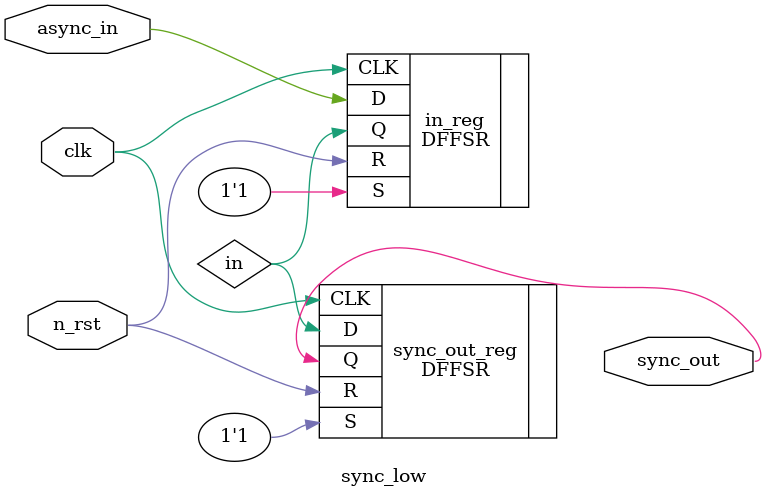
<source format=v>


module sync_low ( clk, n_rst, async_in, sync_out );
  input clk, n_rst, async_in;
  output sync_out;
  wire   in;

  DFFSR in_reg ( .D(async_in), .CLK(clk), .R(n_rst), .S(1'b1), .Q(in) );
  DFFSR sync_out_reg ( .D(in), .CLK(clk), .R(n_rst), .S(1'b1), .Q(sync_out) );
endmodule


</source>
